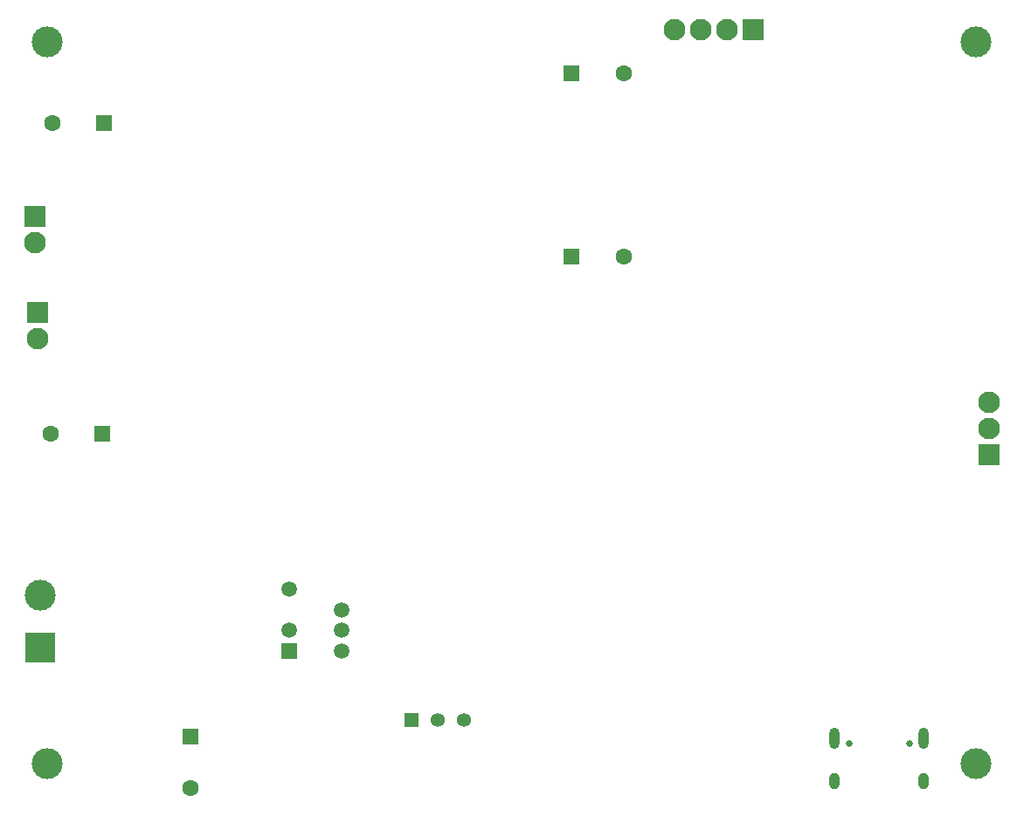
<source format=gbr>
%TF.GenerationSoftware,KiCad,Pcbnew,(6.0.0-0)*%
%TF.CreationDate,2022-09-04T12:08:38+02:00*%
%TF.ProjectId,RIAA_ADC,52494141-5f41-4444-932e-6b696361645f,rev?*%
%TF.SameCoordinates,Original*%
%TF.FileFunction,Soldermask,Bot*%
%TF.FilePolarity,Negative*%
%FSLAX46Y46*%
G04 Gerber Fmt 4.6, Leading zero omitted, Abs format (unit mm)*
G04 Created by KiCad (PCBNEW (6.0.0-0)) date 2022-09-04 12:08:38*
%MOMM*%
%LPD*%
G01*
G04 APERTURE LIST*
%ADD10R,1.600000X1.600000*%
%ADD11C,1.600000*%
%ADD12C,3.000000*%
%ADD13R,1.500000X1.500000*%
%ADD14C,1.500000*%
%ADD15R,2.100000X2.100000*%
%ADD16C,2.100000*%
%ADD17R,1.358000X1.358000*%
%ADD18C,1.358000*%
%ADD19C,0.650000*%
%ADD20O,1.000000X1.600000*%
%ADD21O,1.000000X2.100000*%
%ADD22R,3.000000X3.000000*%
G04 APERTURE END LIST*
D10*
%TO.C,C22*%
X192800000Y-65775000D03*
D11*
X197800000Y-65775000D03*
%TD*%
D12*
%TO.C,H1*%
X142000000Y-45000000D03*
%TD*%
D13*
%TO.C,U4*%
X165375151Y-104057500D03*
D14*
X165375151Y-102057500D03*
X165375151Y-98057500D03*
X170455151Y-104057500D03*
X170455151Y-102057500D03*
X170455151Y-100057500D03*
%TD*%
D10*
%TO.C,C23*%
X192800000Y-47975000D03*
D11*
X197800000Y-47975000D03*
%TD*%
D15*
%TO.C,J1*%
X141000000Y-71230000D03*
D16*
X141000000Y-73770000D03*
%TD*%
D15*
%TO.C,J3*%
X210400000Y-43800000D03*
D16*
X207860000Y-43800000D03*
X205320000Y-43800000D03*
X202780000Y-43800000D03*
%TD*%
D15*
%TO.C,J2*%
X140800000Y-61930000D03*
D16*
X140800000Y-64470000D03*
%TD*%
D17*
%TO.C,PS1*%
X177262651Y-110762500D03*
D18*
X179802651Y-110762500D03*
X182342651Y-110762500D03*
%TD*%
D19*
%TO.C,J5*%
X219710000Y-112995000D03*
X225490000Y-112995000D03*
D20*
X226920000Y-116675000D03*
D21*
X226920000Y-112495000D03*
X218280000Y-112495000D03*
D20*
X218280000Y-116675000D03*
%TD*%
D10*
%TO.C,C5*%
X147300000Y-83000000D03*
D11*
X142300000Y-83000000D03*
%TD*%
D15*
%TO.C,J7*%
X233200000Y-85000000D03*
D16*
X233200000Y-82460000D03*
X233200000Y-79920000D03*
%TD*%
D10*
%TO.C,C6*%
X147500000Y-52800000D03*
D11*
X142500000Y-52800000D03*
%TD*%
D10*
%TO.C,C45*%
X155802651Y-112375000D03*
D11*
X155802651Y-117375000D03*
%TD*%
D12*
%TO.C,H3*%
X232000000Y-115000000D03*
%TD*%
D22*
%TO.C,J6*%
X141300000Y-103740000D03*
D12*
X141300000Y-98660000D03*
%TD*%
%TO.C,H2*%
X232000000Y-45000000D03*
%TD*%
%TO.C,H4*%
X142000000Y-115000000D03*
%TD*%
M02*

</source>
